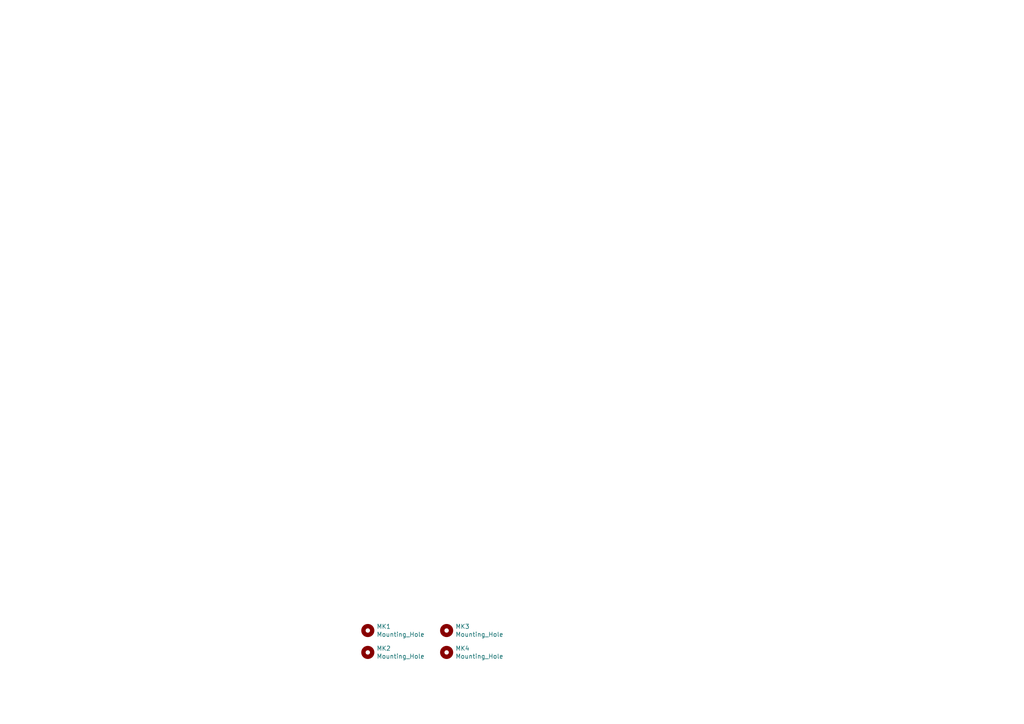
<source format=kicad_sch>
(kicad_sch (version 20230121) (generator eeschema)
  (paper "A4")
  (lib_symbols
    (symbol "mechanical:Mounting_Hole" (pin_names (offset 1.016))
      (property "Reference" "MK" (at 0 5.08 0))
      (property "Value" "Mounting_Hole" (at 0 3.175 0))
      (symbol "Mounting_Hole_0_1"
        (circle (center 0 0) (radius 1.27) (stroke (width 1.27)))
      )
    )
  )
  (symbol (lib_id "mechanical:Mounting_Hole") (at 106.68 182.88 0) (unit 1)
    (property "Reference" "MK1" (at 109.22 181.7116 0) (effects (justify left)))
    (property "Value" "Mounting_Hole" (at 109.22 184.023 0) (effects (justify left)))
    (property "Footprint" "Mounting_Holes:MountingHole_3.2mm_M3_ISO7380" (effects hide))
  )
  (symbol (lib_id "mechanical:Mounting_Hole") (at 129.54 182.88 0) (unit 1)
    (property "Reference" "MK3" (at 132.08 181.7116 0) (effects (justify left)))
    (property "Value" "Mounting_Hole" (at 132.08 184.023 0) (effects (justify left)))
    (property "Footprint" "Mounting_Holes:MountingHole_3.2mm_M3_ISO7380" (effects hide))
  )
  (symbol (lib_id "mechanical:Mounting_Hole") (at 106.68 189.23 0) (unit 1)
    (property "Reference" "MK2" (at 109.22 188.0616 0) (effects (justify left)))
    (property "Value" "Mounting_Hole" (at 109.22 190.373 0) (effects (justify left)))
    (property "Footprint" "Mounting_Holes:MountingHole_3.2mm_M3_ISO7380" (effects hide))
  )
  (symbol (lib_id "mechanical:Mounting_Hole") (at 129.54 189.23 0) (unit 1)
    (property "Reference" "MK4" (at 132.08 188.0616 0) (effects (justify left)))
    (property "Value" "Mounting_Hole" (at 132.08 190.373 0) (effects (justify left)))
    (property "Footprint" "Mounting_Holes:MountingHole_3.2mm_M3_ISO7380" (effects hide))
  )
)
</source>
